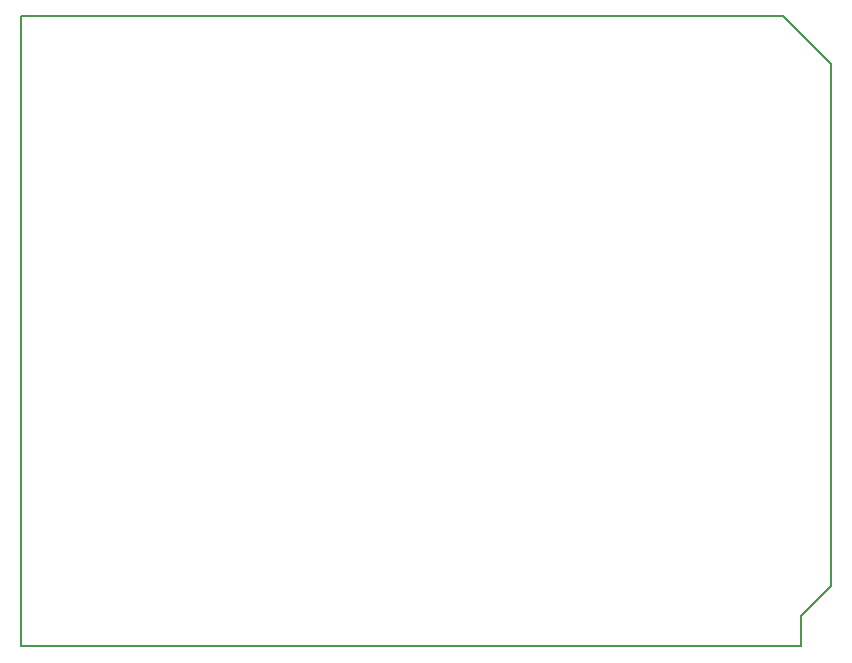
<source format=gbr>
G04 #@! TF.FileFunction,Profile,NP*
%FSLAX46Y46*%
G04 Gerber Fmt 4.6, Leading zero omitted, Abs format (unit mm)*
G04 Created by KiCad (PCBNEW 4.0.6) date 06/14/17 16:45:23*
%MOMM*%
%LPD*%
G01*
G04 APERTURE LIST*
%ADD10C,0.100000*%
%ADD11C,0.150000*%
G04 APERTURE END LIST*
D10*
D11*
X179578000Y-77089000D02*
X175514000Y-73025000D01*
X179578000Y-121285000D02*
X179578000Y-77089000D01*
X177038000Y-123825000D02*
X179578000Y-121285000D01*
X177038000Y-126365000D02*
X177038000Y-123825000D01*
X110998000Y-126365000D02*
X177038000Y-126365000D01*
X110998000Y-73025000D02*
X110998000Y-126365000D01*
X175514000Y-73025000D02*
X110998000Y-73025000D01*
M02*

</source>
